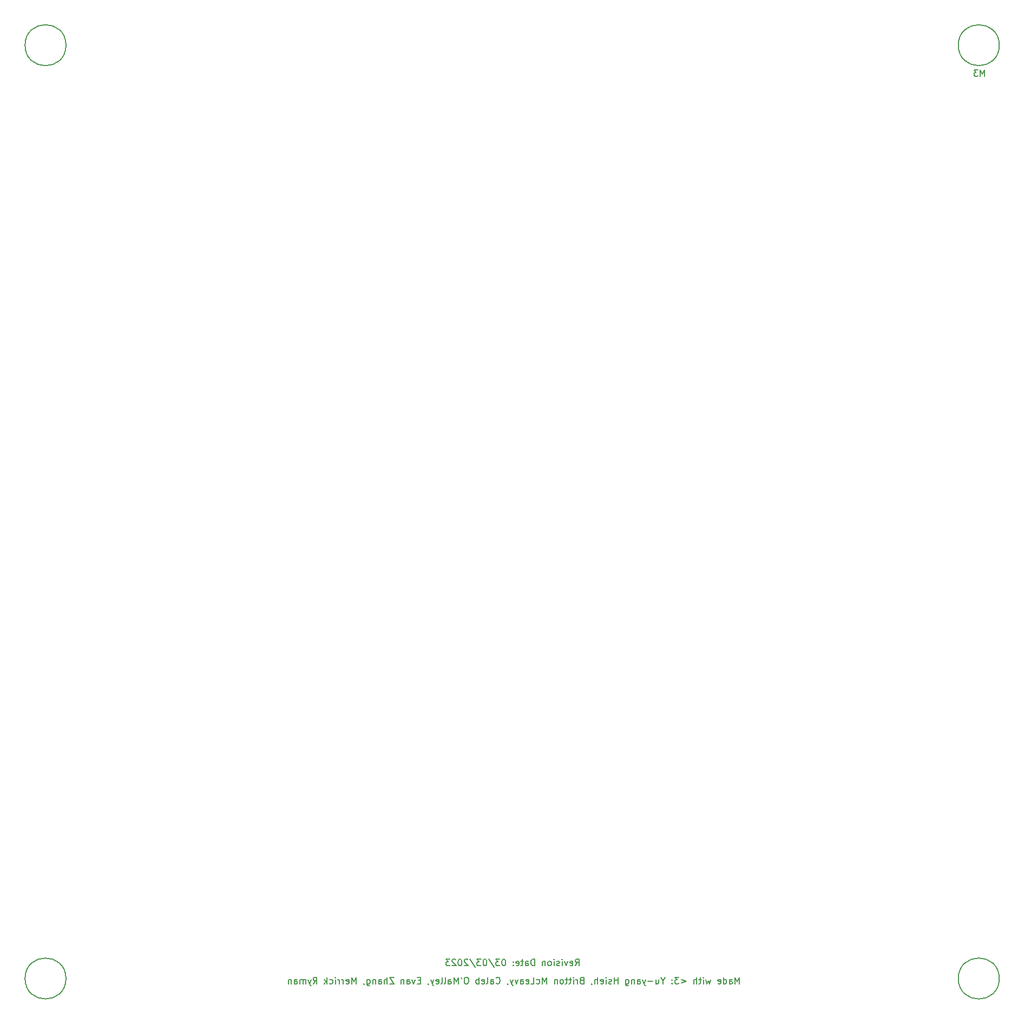
<source format=gbr>
%TF.GenerationSoftware,KiCad,Pcbnew,(6.0.10)*%
%TF.CreationDate,2023-03-03T22:29:42-05:00*%
%TF.ProjectId,master_board,6d617374-6572-45f6-926f-6172642e6b69,rev?*%
%TF.SameCoordinates,Original*%
%TF.FileFunction,Legend,Bot*%
%TF.FilePolarity,Positive*%
%FSLAX46Y46*%
G04 Gerber Fmt 4.6, Leading zero omitted, Abs format (unit mm)*
G04 Created by KiCad (PCBNEW (6.0.10)) date 2023-03-03 22:29:42*
%MOMM*%
%LPD*%
G01*
G04 APERTURE LIST*
%ADD10C,0.200000*%
G04 APERTURE END LIST*
D10*
X25200000Y-169000000D02*
G75*
G03*
X25200000Y-169000000I-3201562J0D01*
G01*
X25201562Y-23000000D02*
G75*
G03*
X25201562Y-23000000I-3201562J0D01*
G01*
X171203124Y-23000000D02*
G75*
G03*
X171203124Y-23000000I-3201562J0D01*
G01*
X171201562Y-169001562D02*
G75*
G03*
X171201562Y-169001562I-3201562J0D01*
G01*
X130541904Y-169812380D02*
X130541904Y-168812380D01*
X130208571Y-169526666D01*
X129875238Y-168812380D01*
X129875238Y-169812380D01*
X128970476Y-169812380D02*
X128970476Y-169288571D01*
X129018095Y-169193333D01*
X129113333Y-169145714D01*
X129303809Y-169145714D01*
X129399047Y-169193333D01*
X128970476Y-169764761D02*
X129065714Y-169812380D01*
X129303809Y-169812380D01*
X129399047Y-169764761D01*
X129446666Y-169669523D01*
X129446666Y-169574285D01*
X129399047Y-169479047D01*
X129303809Y-169431428D01*
X129065714Y-169431428D01*
X128970476Y-169383809D01*
X128065714Y-169812380D02*
X128065714Y-168812380D01*
X128065714Y-169764761D02*
X128160952Y-169812380D01*
X128351428Y-169812380D01*
X128446666Y-169764761D01*
X128494285Y-169717142D01*
X128541904Y-169621904D01*
X128541904Y-169336190D01*
X128494285Y-169240952D01*
X128446666Y-169193333D01*
X128351428Y-169145714D01*
X128160952Y-169145714D01*
X128065714Y-169193333D01*
X127208571Y-169764761D02*
X127303809Y-169812380D01*
X127494285Y-169812380D01*
X127589523Y-169764761D01*
X127637142Y-169669523D01*
X127637142Y-169288571D01*
X127589523Y-169193333D01*
X127494285Y-169145714D01*
X127303809Y-169145714D01*
X127208571Y-169193333D01*
X127160952Y-169288571D01*
X127160952Y-169383809D01*
X127637142Y-169479047D01*
X126065714Y-169145714D02*
X125875238Y-169812380D01*
X125684761Y-169336190D01*
X125494285Y-169812380D01*
X125303809Y-169145714D01*
X124922857Y-169812380D02*
X124922857Y-169145714D01*
X124922857Y-168812380D02*
X124970476Y-168860000D01*
X124922857Y-168907619D01*
X124875238Y-168860000D01*
X124922857Y-168812380D01*
X124922857Y-168907619D01*
X124589523Y-169145714D02*
X124208571Y-169145714D01*
X124446666Y-168812380D02*
X124446666Y-169669523D01*
X124399047Y-169764761D01*
X124303809Y-169812380D01*
X124208571Y-169812380D01*
X123875238Y-169812380D02*
X123875238Y-168812380D01*
X123446666Y-169812380D02*
X123446666Y-169288571D01*
X123494285Y-169193333D01*
X123589523Y-169145714D01*
X123732380Y-169145714D01*
X123827619Y-169193333D01*
X123875238Y-169240952D01*
X121446666Y-169145714D02*
X122208571Y-169431428D01*
X121446666Y-169717142D01*
X121065714Y-168812380D02*
X120446666Y-168812380D01*
X120779999Y-169193333D01*
X120637142Y-169193333D01*
X120541904Y-169240952D01*
X120494285Y-169288571D01*
X120446666Y-169383809D01*
X120446666Y-169621904D01*
X120494285Y-169717142D01*
X120541904Y-169764761D01*
X120637142Y-169812380D01*
X120922857Y-169812380D01*
X121018095Y-169764761D01*
X121065714Y-169717142D01*
X120018095Y-169717142D02*
X119970476Y-169764761D01*
X120018095Y-169812380D01*
X120065714Y-169764761D01*
X120018095Y-169717142D01*
X120018095Y-169812380D01*
X120018095Y-169193333D02*
X119970476Y-169240952D01*
X120018095Y-169288571D01*
X120065714Y-169240952D01*
X120018095Y-169193333D01*
X120018095Y-169288571D01*
X118589523Y-169336190D02*
X118589523Y-169812380D01*
X118922857Y-168812380D02*
X118589523Y-169336190D01*
X118256190Y-168812380D01*
X117494285Y-169145714D02*
X117494285Y-169812380D01*
X117922857Y-169145714D02*
X117922857Y-169669523D01*
X117875238Y-169764761D01*
X117779999Y-169812380D01*
X117637142Y-169812380D01*
X117541904Y-169764761D01*
X117494285Y-169717142D01*
X117018095Y-169431428D02*
X116256190Y-169431428D01*
X115875238Y-169145714D02*
X115637142Y-169812380D01*
X115399047Y-169145714D02*
X115637142Y-169812380D01*
X115732380Y-170050476D01*
X115779999Y-170098095D01*
X115875238Y-170145714D01*
X114589523Y-169812380D02*
X114589523Y-169288571D01*
X114637142Y-169193333D01*
X114732380Y-169145714D01*
X114922857Y-169145714D01*
X115018095Y-169193333D01*
X114589523Y-169764761D02*
X114684761Y-169812380D01*
X114922857Y-169812380D01*
X115018095Y-169764761D01*
X115065714Y-169669523D01*
X115065714Y-169574285D01*
X115018095Y-169479047D01*
X114922857Y-169431428D01*
X114684761Y-169431428D01*
X114589523Y-169383809D01*
X114113333Y-169145714D02*
X114113333Y-169812380D01*
X114113333Y-169240952D02*
X114065714Y-169193333D01*
X113970476Y-169145714D01*
X113827619Y-169145714D01*
X113732380Y-169193333D01*
X113684761Y-169288571D01*
X113684761Y-169812380D01*
X112779999Y-169145714D02*
X112779999Y-169955238D01*
X112827619Y-170050476D01*
X112875238Y-170098095D01*
X112970476Y-170145714D01*
X113113333Y-170145714D01*
X113208571Y-170098095D01*
X112779999Y-169764761D02*
X112875238Y-169812380D01*
X113065714Y-169812380D01*
X113160952Y-169764761D01*
X113208571Y-169717142D01*
X113256190Y-169621904D01*
X113256190Y-169336190D01*
X113208571Y-169240952D01*
X113160952Y-169193333D01*
X113065714Y-169145714D01*
X112875238Y-169145714D01*
X112779999Y-169193333D01*
X111541904Y-169812380D02*
X111541904Y-168812380D01*
X111541904Y-169288571D02*
X110970476Y-169288571D01*
X110970476Y-169812380D02*
X110970476Y-168812380D01*
X110541904Y-169764761D02*
X110446666Y-169812380D01*
X110256190Y-169812380D01*
X110160952Y-169764761D01*
X110113333Y-169669523D01*
X110113333Y-169621904D01*
X110160952Y-169526666D01*
X110256190Y-169479047D01*
X110399047Y-169479047D01*
X110494285Y-169431428D01*
X110541904Y-169336190D01*
X110541904Y-169288571D01*
X110494285Y-169193333D01*
X110399047Y-169145714D01*
X110256190Y-169145714D01*
X110160952Y-169193333D01*
X109684761Y-169812380D02*
X109684761Y-169145714D01*
X109684761Y-168812380D02*
X109732380Y-168860000D01*
X109684761Y-168907619D01*
X109637142Y-168860000D01*
X109684761Y-168812380D01*
X109684761Y-168907619D01*
X108827619Y-169764761D02*
X108922857Y-169812380D01*
X109113333Y-169812380D01*
X109208571Y-169764761D01*
X109256190Y-169669523D01*
X109256190Y-169288571D01*
X109208571Y-169193333D01*
X109113333Y-169145714D01*
X108922857Y-169145714D01*
X108827619Y-169193333D01*
X108779999Y-169288571D01*
X108779999Y-169383809D01*
X109256190Y-169479047D01*
X108351428Y-169812380D02*
X108351428Y-168812380D01*
X107922857Y-169812380D02*
X107922857Y-169288571D01*
X107970476Y-169193333D01*
X108065714Y-169145714D01*
X108208571Y-169145714D01*
X108303809Y-169193333D01*
X108351428Y-169240952D01*
X107399047Y-169764761D02*
X107399047Y-169812380D01*
X107446666Y-169907619D01*
X107494285Y-169955238D01*
X105875238Y-169288571D02*
X105732380Y-169336190D01*
X105684761Y-169383809D01*
X105637142Y-169479047D01*
X105637142Y-169621904D01*
X105684761Y-169717142D01*
X105732380Y-169764761D01*
X105827619Y-169812380D01*
X106208571Y-169812380D01*
X106208571Y-168812380D01*
X105875238Y-168812380D01*
X105779999Y-168860000D01*
X105732380Y-168907619D01*
X105684761Y-169002857D01*
X105684761Y-169098095D01*
X105732380Y-169193333D01*
X105779999Y-169240952D01*
X105875238Y-169288571D01*
X106208571Y-169288571D01*
X105208571Y-169812380D02*
X105208571Y-169145714D01*
X105208571Y-169336190D02*
X105160952Y-169240952D01*
X105113333Y-169193333D01*
X105018095Y-169145714D01*
X104922857Y-169145714D01*
X104589523Y-169812380D02*
X104589523Y-169145714D01*
X104589523Y-168812380D02*
X104637142Y-168860000D01*
X104589523Y-168907619D01*
X104541904Y-168860000D01*
X104589523Y-168812380D01*
X104589523Y-168907619D01*
X104256190Y-169145714D02*
X103875238Y-169145714D01*
X104113333Y-168812380D02*
X104113333Y-169669523D01*
X104065714Y-169764761D01*
X103970476Y-169812380D01*
X103875238Y-169812380D01*
X103684761Y-169145714D02*
X103303809Y-169145714D01*
X103541904Y-168812380D02*
X103541904Y-169669523D01*
X103494285Y-169764761D01*
X103399047Y-169812380D01*
X103303809Y-169812380D01*
X102827619Y-169812380D02*
X102922857Y-169764761D01*
X102970476Y-169717142D01*
X103018095Y-169621904D01*
X103018095Y-169336190D01*
X102970476Y-169240952D01*
X102922857Y-169193333D01*
X102827619Y-169145714D01*
X102684761Y-169145714D01*
X102589523Y-169193333D01*
X102541904Y-169240952D01*
X102494285Y-169336190D01*
X102494285Y-169621904D01*
X102541904Y-169717142D01*
X102589523Y-169764761D01*
X102684761Y-169812380D01*
X102827619Y-169812380D01*
X102065714Y-169145714D02*
X102065714Y-169812380D01*
X102065714Y-169240952D02*
X102018095Y-169193333D01*
X101922857Y-169145714D01*
X101779999Y-169145714D01*
X101684761Y-169193333D01*
X101637142Y-169288571D01*
X101637142Y-169812380D01*
X100399047Y-169812380D02*
X100399047Y-168812380D01*
X100065714Y-169526666D01*
X99732380Y-168812380D01*
X99732380Y-169812380D01*
X98827619Y-169764761D02*
X98922857Y-169812380D01*
X99113333Y-169812380D01*
X99208571Y-169764761D01*
X99256190Y-169717142D01*
X99303809Y-169621904D01*
X99303809Y-169336190D01*
X99256190Y-169240952D01*
X99208571Y-169193333D01*
X99113333Y-169145714D01*
X98922857Y-169145714D01*
X98827619Y-169193333D01*
X97922857Y-169812380D02*
X98399047Y-169812380D01*
X98399047Y-168812380D01*
X97208571Y-169764761D02*
X97303809Y-169812380D01*
X97494285Y-169812380D01*
X97589523Y-169764761D01*
X97637142Y-169669523D01*
X97637142Y-169288571D01*
X97589523Y-169193333D01*
X97494285Y-169145714D01*
X97303809Y-169145714D01*
X97208571Y-169193333D01*
X97160952Y-169288571D01*
X97160952Y-169383809D01*
X97637142Y-169479047D01*
X96303809Y-169812380D02*
X96303809Y-169288571D01*
X96351428Y-169193333D01*
X96446666Y-169145714D01*
X96637142Y-169145714D01*
X96732380Y-169193333D01*
X96303809Y-169764761D02*
X96399047Y-169812380D01*
X96637142Y-169812380D01*
X96732380Y-169764761D01*
X96779999Y-169669523D01*
X96779999Y-169574285D01*
X96732380Y-169479047D01*
X96637142Y-169431428D01*
X96399047Y-169431428D01*
X96303809Y-169383809D01*
X95922857Y-169145714D02*
X95684761Y-169812380D01*
X95446666Y-169145714D01*
X95160952Y-169145714D02*
X94922857Y-169812380D01*
X94684761Y-169145714D02*
X94922857Y-169812380D01*
X95018095Y-170050476D01*
X95065714Y-170098095D01*
X95160952Y-170145714D01*
X94256190Y-169764761D02*
X94256190Y-169812380D01*
X94303809Y-169907619D01*
X94351428Y-169955238D01*
X92494285Y-169717142D02*
X92541904Y-169764761D01*
X92684761Y-169812380D01*
X92779999Y-169812380D01*
X92922857Y-169764761D01*
X93018095Y-169669523D01*
X93065714Y-169574285D01*
X93113333Y-169383809D01*
X93113333Y-169240952D01*
X93065714Y-169050476D01*
X93018095Y-168955238D01*
X92922857Y-168860000D01*
X92779999Y-168812380D01*
X92684761Y-168812380D01*
X92541904Y-168860000D01*
X92494285Y-168907619D01*
X91637142Y-169812380D02*
X91637142Y-169288571D01*
X91684761Y-169193333D01*
X91779999Y-169145714D01*
X91970476Y-169145714D01*
X92065714Y-169193333D01*
X91637142Y-169764761D02*
X91732380Y-169812380D01*
X91970476Y-169812380D01*
X92065714Y-169764761D01*
X92113333Y-169669523D01*
X92113333Y-169574285D01*
X92065714Y-169479047D01*
X91970476Y-169431428D01*
X91732380Y-169431428D01*
X91637142Y-169383809D01*
X91018095Y-169812380D02*
X91113333Y-169764761D01*
X91160952Y-169669523D01*
X91160952Y-168812380D01*
X90256190Y-169764761D02*
X90351428Y-169812380D01*
X90541904Y-169812380D01*
X90637142Y-169764761D01*
X90684761Y-169669523D01*
X90684761Y-169288571D01*
X90637142Y-169193333D01*
X90541904Y-169145714D01*
X90351428Y-169145714D01*
X90256190Y-169193333D01*
X90208571Y-169288571D01*
X90208571Y-169383809D01*
X90684761Y-169479047D01*
X89779999Y-169812380D02*
X89779999Y-168812380D01*
X89779999Y-169193333D02*
X89684761Y-169145714D01*
X89494285Y-169145714D01*
X89399047Y-169193333D01*
X89351428Y-169240952D01*
X89303809Y-169336190D01*
X89303809Y-169621904D01*
X89351428Y-169717142D01*
X89399047Y-169764761D01*
X89494285Y-169812380D01*
X89684761Y-169812380D01*
X89779999Y-169764761D01*
X87922857Y-168812380D02*
X87732380Y-168812380D01*
X87637142Y-168860000D01*
X87541904Y-168955238D01*
X87494285Y-169145714D01*
X87494285Y-169479047D01*
X87541904Y-169669523D01*
X87637142Y-169764761D01*
X87732380Y-169812380D01*
X87922857Y-169812380D01*
X88018095Y-169764761D01*
X88113333Y-169669523D01*
X88160952Y-169479047D01*
X88160952Y-169145714D01*
X88113333Y-168955238D01*
X88018095Y-168860000D01*
X87922857Y-168812380D01*
X87018095Y-168812380D02*
X87113333Y-169002857D01*
X86589523Y-169812380D02*
X86589523Y-168812380D01*
X86256190Y-169526666D01*
X85922857Y-168812380D01*
X85922857Y-169812380D01*
X85018095Y-169812380D02*
X85018095Y-169288571D01*
X85065714Y-169193333D01*
X85160952Y-169145714D01*
X85351428Y-169145714D01*
X85446666Y-169193333D01*
X85018095Y-169764761D02*
X85113333Y-169812380D01*
X85351428Y-169812380D01*
X85446666Y-169764761D01*
X85494285Y-169669523D01*
X85494285Y-169574285D01*
X85446666Y-169479047D01*
X85351428Y-169431428D01*
X85113333Y-169431428D01*
X85018095Y-169383809D01*
X84399047Y-169812380D02*
X84494285Y-169764761D01*
X84541904Y-169669523D01*
X84541904Y-168812380D01*
X83875238Y-169812380D02*
X83970476Y-169764761D01*
X84018095Y-169669523D01*
X84018095Y-168812380D01*
X83113333Y-169764761D02*
X83208571Y-169812380D01*
X83399047Y-169812380D01*
X83494285Y-169764761D01*
X83541904Y-169669523D01*
X83541904Y-169288571D01*
X83494285Y-169193333D01*
X83399047Y-169145714D01*
X83208571Y-169145714D01*
X83113333Y-169193333D01*
X83065714Y-169288571D01*
X83065714Y-169383809D01*
X83541904Y-169479047D01*
X82732380Y-169145714D02*
X82494285Y-169812380D01*
X82256190Y-169145714D02*
X82494285Y-169812380D01*
X82589523Y-170050476D01*
X82637142Y-170098095D01*
X82732380Y-170145714D01*
X81827619Y-169764761D02*
X81827619Y-169812380D01*
X81875238Y-169907619D01*
X81922857Y-169955238D01*
X80637142Y-169288571D02*
X80303809Y-169288571D01*
X80160952Y-169812380D02*
X80637142Y-169812380D01*
X80637142Y-168812380D01*
X80160952Y-168812380D01*
X79827619Y-169145714D02*
X79589523Y-169812380D01*
X79351428Y-169145714D01*
X78541904Y-169812380D02*
X78541904Y-169288571D01*
X78589523Y-169193333D01*
X78684761Y-169145714D01*
X78875238Y-169145714D01*
X78970476Y-169193333D01*
X78541904Y-169764761D02*
X78637142Y-169812380D01*
X78875238Y-169812380D01*
X78970476Y-169764761D01*
X79018095Y-169669523D01*
X79018095Y-169574285D01*
X78970476Y-169479047D01*
X78875238Y-169431428D01*
X78637142Y-169431428D01*
X78541904Y-169383809D01*
X78065714Y-169145714D02*
X78065714Y-169812380D01*
X78065714Y-169240952D02*
X78018095Y-169193333D01*
X77922857Y-169145714D01*
X77779999Y-169145714D01*
X77684761Y-169193333D01*
X77637142Y-169288571D01*
X77637142Y-169812380D01*
X76494285Y-168812380D02*
X75827619Y-168812380D01*
X76494285Y-169812380D01*
X75827619Y-169812380D01*
X75446666Y-169812380D02*
X75446666Y-168812380D01*
X75018095Y-169812380D02*
X75018095Y-169288571D01*
X75065714Y-169193333D01*
X75160952Y-169145714D01*
X75303809Y-169145714D01*
X75399047Y-169193333D01*
X75446666Y-169240952D01*
X74113333Y-169812380D02*
X74113333Y-169288571D01*
X74160952Y-169193333D01*
X74256190Y-169145714D01*
X74446666Y-169145714D01*
X74541904Y-169193333D01*
X74113333Y-169764761D02*
X74208571Y-169812380D01*
X74446666Y-169812380D01*
X74541904Y-169764761D01*
X74589523Y-169669523D01*
X74589523Y-169574285D01*
X74541904Y-169479047D01*
X74446666Y-169431428D01*
X74208571Y-169431428D01*
X74113333Y-169383809D01*
X73637142Y-169145714D02*
X73637142Y-169812380D01*
X73637142Y-169240952D02*
X73589523Y-169193333D01*
X73494285Y-169145714D01*
X73351428Y-169145714D01*
X73256190Y-169193333D01*
X73208571Y-169288571D01*
X73208571Y-169812380D01*
X72303809Y-169145714D02*
X72303809Y-169955238D01*
X72351428Y-170050476D01*
X72399047Y-170098095D01*
X72494285Y-170145714D01*
X72637142Y-170145714D01*
X72732380Y-170098095D01*
X72303809Y-169764761D02*
X72399047Y-169812380D01*
X72589523Y-169812380D01*
X72684761Y-169764761D01*
X72732380Y-169717142D01*
X72779999Y-169621904D01*
X72779999Y-169336190D01*
X72732380Y-169240952D01*
X72684761Y-169193333D01*
X72589523Y-169145714D01*
X72399047Y-169145714D01*
X72303809Y-169193333D01*
X71779999Y-169764761D02*
X71779999Y-169812380D01*
X71827619Y-169907619D01*
X71875238Y-169955238D01*
X70589523Y-169812380D02*
X70589523Y-168812380D01*
X70256190Y-169526666D01*
X69922857Y-168812380D01*
X69922857Y-169812380D01*
X69065714Y-169764761D02*
X69160952Y-169812380D01*
X69351428Y-169812380D01*
X69446666Y-169764761D01*
X69494285Y-169669523D01*
X69494285Y-169288571D01*
X69446666Y-169193333D01*
X69351428Y-169145714D01*
X69160952Y-169145714D01*
X69065714Y-169193333D01*
X69018095Y-169288571D01*
X69018095Y-169383809D01*
X69494285Y-169479047D01*
X68589523Y-169812380D02*
X68589523Y-169145714D01*
X68589523Y-169336190D02*
X68541904Y-169240952D01*
X68494285Y-169193333D01*
X68399047Y-169145714D01*
X68303809Y-169145714D01*
X67970476Y-169812380D02*
X67970476Y-169145714D01*
X67970476Y-169336190D02*
X67922857Y-169240952D01*
X67875238Y-169193333D01*
X67779999Y-169145714D01*
X67684761Y-169145714D01*
X67351428Y-169812380D02*
X67351428Y-169145714D01*
X67351428Y-168812380D02*
X67399047Y-168860000D01*
X67351428Y-168907619D01*
X67303809Y-168860000D01*
X67351428Y-168812380D01*
X67351428Y-168907619D01*
X66446666Y-169764761D02*
X66541904Y-169812380D01*
X66732380Y-169812380D01*
X66827619Y-169764761D01*
X66875238Y-169717142D01*
X66922857Y-169621904D01*
X66922857Y-169336190D01*
X66875238Y-169240952D01*
X66827619Y-169193333D01*
X66732380Y-169145714D01*
X66541904Y-169145714D01*
X66446666Y-169193333D01*
X66018095Y-169812380D02*
X66018095Y-168812380D01*
X65922857Y-169431428D02*
X65637142Y-169812380D01*
X65637142Y-169145714D02*
X66018095Y-169526666D01*
X63875238Y-169812380D02*
X64208571Y-169336190D01*
X64446666Y-169812380D02*
X64446666Y-168812380D01*
X64065714Y-168812380D01*
X63970476Y-168860000D01*
X63922857Y-168907619D01*
X63875238Y-169002857D01*
X63875238Y-169145714D01*
X63922857Y-169240952D01*
X63970476Y-169288571D01*
X64065714Y-169336190D01*
X64446666Y-169336190D01*
X63541904Y-169145714D02*
X63303809Y-169812380D01*
X63065714Y-169145714D02*
X63303809Y-169812380D01*
X63399047Y-170050476D01*
X63446666Y-170098095D01*
X63541904Y-170145714D01*
X62684761Y-169812380D02*
X62684761Y-169145714D01*
X62684761Y-169240952D02*
X62637142Y-169193333D01*
X62541904Y-169145714D01*
X62399047Y-169145714D01*
X62303809Y-169193333D01*
X62256190Y-169288571D01*
X62256190Y-169812380D01*
X62256190Y-169288571D02*
X62208571Y-169193333D01*
X62113333Y-169145714D01*
X61970476Y-169145714D01*
X61875238Y-169193333D01*
X61827619Y-169288571D01*
X61827619Y-169812380D01*
X60922857Y-169812380D02*
X60922857Y-169288571D01*
X60970476Y-169193333D01*
X61065714Y-169145714D01*
X61256190Y-169145714D01*
X61351428Y-169193333D01*
X60922857Y-169764761D02*
X61018095Y-169812380D01*
X61256190Y-169812380D01*
X61351428Y-169764761D01*
X61399047Y-169669523D01*
X61399047Y-169574285D01*
X61351428Y-169479047D01*
X61256190Y-169431428D01*
X61018095Y-169431428D01*
X60922857Y-169383809D01*
X60446666Y-169145714D02*
X60446666Y-169812380D01*
X60446666Y-169240952D02*
X60399047Y-169193333D01*
X60303809Y-169145714D01*
X60160952Y-169145714D01*
X60065714Y-169193333D01*
X60018095Y-169288571D01*
X60018095Y-169812380D01*
X104879523Y-166982380D02*
X105212857Y-166506190D01*
X105450952Y-166982380D02*
X105450952Y-165982380D01*
X105070000Y-165982380D01*
X104974761Y-166030000D01*
X104927142Y-166077619D01*
X104879523Y-166172857D01*
X104879523Y-166315714D01*
X104927142Y-166410952D01*
X104974761Y-166458571D01*
X105070000Y-166506190D01*
X105450952Y-166506190D01*
X104070000Y-166934761D02*
X104165238Y-166982380D01*
X104355714Y-166982380D01*
X104450952Y-166934761D01*
X104498571Y-166839523D01*
X104498571Y-166458571D01*
X104450952Y-166363333D01*
X104355714Y-166315714D01*
X104165238Y-166315714D01*
X104070000Y-166363333D01*
X104022380Y-166458571D01*
X104022380Y-166553809D01*
X104498571Y-166649047D01*
X103689047Y-166315714D02*
X103450952Y-166982380D01*
X103212857Y-166315714D01*
X102831904Y-166982380D02*
X102831904Y-166315714D01*
X102831904Y-165982380D02*
X102879523Y-166030000D01*
X102831904Y-166077619D01*
X102784285Y-166030000D01*
X102831904Y-165982380D01*
X102831904Y-166077619D01*
X102403333Y-166934761D02*
X102308095Y-166982380D01*
X102117619Y-166982380D01*
X102022380Y-166934761D01*
X101974761Y-166839523D01*
X101974761Y-166791904D01*
X102022380Y-166696666D01*
X102117619Y-166649047D01*
X102260476Y-166649047D01*
X102355714Y-166601428D01*
X102403333Y-166506190D01*
X102403333Y-166458571D01*
X102355714Y-166363333D01*
X102260476Y-166315714D01*
X102117619Y-166315714D01*
X102022380Y-166363333D01*
X101546190Y-166982380D02*
X101546190Y-166315714D01*
X101546190Y-165982380D02*
X101593809Y-166030000D01*
X101546190Y-166077619D01*
X101498571Y-166030000D01*
X101546190Y-165982380D01*
X101546190Y-166077619D01*
X100927142Y-166982380D02*
X101022380Y-166934761D01*
X101070000Y-166887142D01*
X101117619Y-166791904D01*
X101117619Y-166506190D01*
X101070000Y-166410952D01*
X101022380Y-166363333D01*
X100927142Y-166315714D01*
X100784285Y-166315714D01*
X100689047Y-166363333D01*
X100641428Y-166410952D01*
X100593809Y-166506190D01*
X100593809Y-166791904D01*
X100641428Y-166887142D01*
X100689047Y-166934761D01*
X100784285Y-166982380D01*
X100927142Y-166982380D01*
X100165238Y-166315714D02*
X100165238Y-166982380D01*
X100165238Y-166410952D02*
X100117619Y-166363333D01*
X100022380Y-166315714D01*
X99879523Y-166315714D01*
X99784285Y-166363333D01*
X99736666Y-166458571D01*
X99736666Y-166982380D01*
X98498571Y-166982380D02*
X98498571Y-165982380D01*
X98260476Y-165982380D01*
X98117619Y-166030000D01*
X98022380Y-166125238D01*
X97974761Y-166220476D01*
X97927142Y-166410952D01*
X97927142Y-166553809D01*
X97974761Y-166744285D01*
X98022380Y-166839523D01*
X98117619Y-166934761D01*
X98260476Y-166982380D01*
X98498571Y-166982380D01*
X97070000Y-166982380D02*
X97070000Y-166458571D01*
X97117619Y-166363333D01*
X97212857Y-166315714D01*
X97403333Y-166315714D01*
X97498571Y-166363333D01*
X97070000Y-166934761D02*
X97165238Y-166982380D01*
X97403333Y-166982380D01*
X97498571Y-166934761D01*
X97546190Y-166839523D01*
X97546190Y-166744285D01*
X97498571Y-166649047D01*
X97403333Y-166601428D01*
X97165238Y-166601428D01*
X97070000Y-166553809D01*
X96736666Y-166315714D02*
X96355714Y-166315714D01*
X96593809Y-165982380D02*
X96593809Y-166839523D01*
X96546190Y-166934761D01*
X96450952Y-166982380D01*
X96355714Y-166982380D01*
X95641428Y-166934761D02*
X95736666Y-166982380D01*
X95927142Y-166982380D01*
X96022380Y-166934761D01*
X96070000Y-166839523D01*
X96070000Y-166458571D01*
X96022380Y-166363333D01*
X95927142Y-166315714D01*
X95736666Y-166315714D01*
X95641428Y-166363333D01*
X95593809Y-166458571D01*
X95593809Y-166553809D01*
X96070000Y-166649047D01*
X95165238Y-166887142D02*
X95117619Y-166934761D01*
X95165238Y-166982380D01*
X95212857Y-166934761D01*
X95165238Y-166887142D01*
X95165238Y-166982380D01*
X95165238Y-166363333D02*
X95117619Y-166410952D01*
X95165238Y-166458571D01*
X95212857Y-166410952D01*
X95165238Y-166363333D01*
X95165238Y-166458571D01*
X93736666Y-165982380D02*
X93641428Y-165982380D01*
X93546190Y-166030000D01*
X93498571Y-166077619D01*
X93450952Y-166172857D01*
X93403333Y-166363333D01*
X93403333Y-166601428D01*
X93450952Y-166791904D01*
X93498571Y-166887142D01*
X93546190Y-166934761D01*
X93641428Y-166982380D01*
X93736666Y-166982380D01*
X93831904Y-166934761D01*
X93879523Y-166887142D01*
X93927142Y-166791904D01*
X93974761Y-166601428D01*
X93974761Y-166363333D01*
X93927142Y-166172857D01*
X93879523Y-166077619D01*
X93831904Y-166030000D01*
X93736666Y-165982380D01*
X93070000Y-165982380D02*
X92450952Y-165982380D01*
X92784285Y-166363333D01*
X92641428Y-166363333D01*
X92546190Y-166410952D01*
X92498571Y-166458571D01*
X92450952Y-166553809D01*
X92450952Y-166791904D01*
X92498571Y-166887142D01*
X92546190Y-166934761D01*
X92641428Y-166982380D01*
X92927142Y-166982380D01*
X93022380Y-166934761D01*
X93070000Y-166887142D01*
X91308095Y-165934761D02*
X92165238Y-167220476D01*
X90784285Y-165982380D02*
X90689047Y-165982380D01*
X90593809Y-166030000D01*
X90546190Y-166077619D01*
X90498571Y-166172857D01*
X90450952Y-166363333D01*
X90450952Y-166601428D01*
X90498571Y-166791904D01*
X90546190Y-166887142D01*
X90593809Y-166934761D01*
X90689047Y-166982380D01*
X90784285Y-166982380D01*
X90879523Y-166934761D01*
X90927142Y-166887142D01*
X90974761Y-166791904D01*
X91022380Y-166601428D01*
X91022380Y-166363333D01*
X90974761Y-166172857D01*
X90927142Y-166077619D01*
X90879523Y-166030000D01*
X90784285Y-165982380D01*
X90117619Y-165982380D02*
X89498571Y-165982380D01*
X89831904Y-166363333D01*
X89689047Y-166363333D01*
X89593809Y-166410952D01*
X89546190Y-166458571D01*
X89498571Y-166553809D01*
X89498571Y-166791904D01*
X89546190Y-166887142D01*
X89593809Y-166934761D01*
X89689047Y-166982380D01*
X89974761Y-166982380D01*
X90070000Y-166934761D01*
X90117619Y-166887142D01*
X88355714Y-165934761D02*
X89212857Y-167220476D01*
X88070000Y-166077619D02*
X88022380Y-166030000D01*
X87927142Y-165982380D01*
X87689047Y-165982380D01*
X87593809Y-166030000D01*
X87546190Y-166077619D01*
X87498571Y-166172857D01*
X87498571Y-166268095D01*
X87546190Y-166410952D01*
X88117619Y-166982380D01*
X87498571Y-166982380D01*
X86879523Y-165982380D02*
X86784285Y-165982380D01*
X86689047Y-166030000D01*
X86641428Y-166077619D01*
X86593809Y-166172857D01*
X86546190Y-166363333D01*
X86546190Y-166601428D01*
X86593809Y-166791904D01*
X86641428Y-166887142D01*
X86689047Y-166934761D01*
X86784285Y-166982380D01*
X86879523Y-166982380D01*
X86974761Y-166934761D01*
X87022380Y-166887142D01*
X87070000Y-166791904D01*
X87117619Y-166601428D01*
X87117619Y-166363333D01*
X87070000Y-166172857D01*
X87022380Y-166077619D01*
X86974761Y-166030000D01*
X86879523Y-165982380D01*
X86165238Y-166077619D02*
X86117619Y-166030000D01*
X86022380Y-165982380D01*
X85784285Y-165982380D01*
X85689047Y-166030000D01*
X85641428Y-166077619D01*
X85593809Y-166172857D01*
X85593809Y-166268095D01*
X85641428Y-166410952D01*
X86212857Y-166982380D01*
X85593809Y-166982380D01*
X85260476Y-165982380D02*
X84641428Y-165982380D01*
X84974761Y-166363333D01*
X84831904Y-166363333D01*
X84736666Y-166410952D01*
X84689047Y-166458571D01*
X84641428Y-166553809D01*
X84641428Y-166791904D01*
X84689047Y-166887142D01*
X84736666Y-166934761D01*
X84831904Y-166982380D01*
X85117619Y-166982380D01*
X85212857Y-166934761D01*
X85260476Y-166887142D01*
X168909523Y-27852380D02*
X168909523Y-26852380D01*
X168576190Y-27566666D01*
X168242857Y-26852380D01*
X168242857Y-27852380D01*
X167861904Y-26852380D02*
X167242857Y-26852380D01*
X167576190Y-27233333D01*
X167433333Y-27233333D01*
X167338095Y-27280952D01*
X167290476Y-27328571D01*
X167242857Y-27423809D01*
X167242857Y-27661904D01*
X167290476Y-27757142D01*
X167338095Y-27804761D01*
X167433333Y-27852380D01*
X167719047Y-27852380D01*
X167814285Y-27804761D01*
X167861904Y-27757142D01*
M02*

</source>
